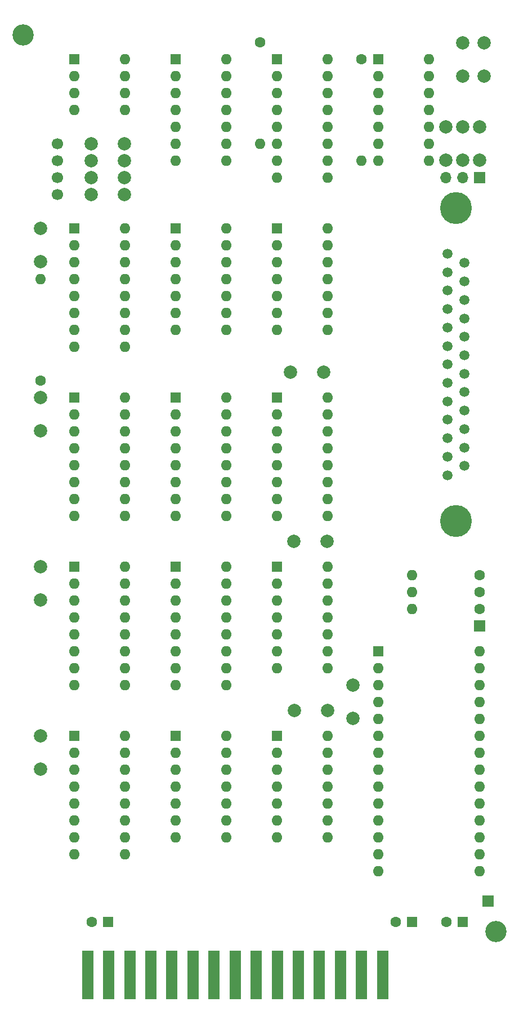
<source format=gts>
%TF.GenerationSoftware,KiCad,Pcbnew,(6.0.0)*%
%TF.CreationDate,2022-03-13T20:59:25-04:00*%
%TF.ProjectId,Northstar SIO,4e6f7274-6873-4746-9172-2053494f2e6b,rev?*%
%TF.SameCoordinates,Original*%
%TF.FileFunction,Soldermask,Top*%
%TF.FilePolarity,Negative*%
%FSLAX46Y46*%
G04 Gerber Fmt 4.6, Leading zero omitted, Abs format (unit mm)*
G04 Created by KiCad (PCBNEW (6.0.0)) date 2022-03-13 20:59:25*
%MOMM*%
%LPD*%
G01*
G04 APERTURE LIST*
%ADD10C,1.600000*%
%ADD11O,1.600000X1.600000*%
%ADD12R,1.600000X1.600000*%
%ADD13C,2.000000*%
%ADD14C,1.500000*%
%ADD15C,4.800000*%
%ADD16C,3.200000*%
%ADD17C,1.700000*%
%ADD18R,1.700000X7.400000*%
%ADD19R,1.700000X1.700000*%
%ADD20O,1.700000X1.700000*%
G04 APERTURE END LIST*
D10*
%TO.C,R1*%
X82550000Y-81915000D03*
D11*
X82550000Y-66675000D03*
%TD*%
D12*
%TO.C,U2B1*%
X102870000Y-59055000D03*
D11*
X102870000Y-61595000D03*
X102870000Y-64135000D03*
X102870000Y-66675000D03*
X102870000Y-69215000D03*
X102870000Y-71755000D03*
X102870000Y-74295000D03*
X110490000Y-74295000D03*
X110490000Y-71755000D03*
X110490000Y-69215000D03*
X110490000Y-66675000D03*
X110490000Y-64135000D03*
X110490000Y-61595000D03*
X110490000Y-59055000D03*
%TD*%
D13*
%TO.C,C16*%
X82550000Y-135255000D03*
X82550000Y-140255000D03*
%TD*%
%TO.C,C15*%
X125095000Y-80645000D03*
X120095000Y-80645000D03*
%TD*%
%TO.C,C13*%
X90170000Y-51435000D03*
X95170000Y-51435000D03*
%TD*%
D12*
%TO.C,U3D1*%
X118110000Y-109855000D03*
D11*
X118110000Y-112395000D03*
X118110000Y-114935000D03*
X118110000Y-117475000D03*
X118110000Y-120015000D03*
X118110000Y-122555000D03*
X118110000Y-125095000D03*
X125730000Y-125095000D03*
X125730000Y-122555000D03*
X125730000Y-120015000D03*
X125730000Y-117475000D03*
X125730000Y-114935000D03*
X125730000Y-112395000D03*
X125730000Y-109855000D03*
%TD*%
D13*
%TO.C,C11*%
X90170000Y-46355000D03*
X95170000Y-46355000D03*
%TD*%
D12*
%TO.C,U2E1*%
X102870000Y-135255000D03*
D11*
X102870000Y-137795000D03*
X102870000Y-140335000D03*
X102870000Y-142875000D03*
X102870000Y-145415000D03*
X102870000Y-147955000D03*
X102870000Y-150495000D03*
X110490000Y-150495000D03*
X110490000Y-147955000D03*
X110490000Y-145415000D03*
X110490000Y-142875000D03*
X110490000Y-140335000D03*
X110490000Y-137795000D03*
X110490000Y-135255000D03*
%TD*%
D12*
%TO.C,U2A1*%
X102870000Y-33655000D03*
D11*
X102870000Y-36195000D03*
X102870000Y-38735000D03*
X102870000Y-41275000D03*
X102870000Y-43815000D03*
X102870000Y-46355000D03*
X102870000Y-48895000D03*
X110490000Y-48895000D03*
X110490000Y-46355000D03*
X110490000Y-43815000D03*
X110490000Y-41275000D03*
X110490000Y-38735000D03*
X110490000Y-36195000D03*
X110490000Y-33655000D03*
%TD*%
D14*
%TO.C,J1*%
X143706000Y-62845000D03*
X143706000Y-65615000D03*
X143706000Y-68385000D03*
X143706000Y-71155000D03*
X143706000Y-73925000D03*
X143706000Y-76695000D03*
X143706000Y-79465000D03*
X143706000Y-82235000D03*
X143706000Y-85005000D03*
X143706000Y-87775000D03*
X143706000Y-90545000D03*
X143706000Y-93315000D03*
X143706000Y-96085000D03*
X146246000Y-64230000D03*
X146246000Y-67000000D03*
X146246000Y-69770000D03*
X146246000Y-72540000D03*
X146246000Y-75310000D03*
X146246000Y-78080000D03*
X146246000Y-80850000D03*
X146246000Y-83620000D03*
X146246000Y-86390000D03*
X146246000Y-89160000D03*
X146246000Y-91930000D03*
X146246000Y-94700000D03*
D15*
X144976000Y-55945000D03*
X144976000Y-102985000D03*
%TD*%
D12*
%TO.C,U4A1*%
X133350000Y-33655000D03*
D11*
X133350000Y-36195000D03*
X133350000Y-38735000D03*
X133350000Y-41275000D03*
X133350000Y-43815000D03*
X133350000Y-46355000D03*
X133350000Y-48895000D03*
X140970000Y-48895000D03*
X140970000Y-46355000D03*
X140970000Y-43815000D03*
X140970000Y-41275000D03*
X140970000Y-38735000D03*
X140970000Y-36195000D03*
X140970000Y-33655000D03*
%TD*%
D13*
%TO.C,C8*%
X129540000Y-127635000D03*
X129540000Y-132635000D03*
%TD*%
%TO.C,C7*%
X149225000Y-36195000D03*
X149225000Y-31195000D03*
%TD*%
%TO.C,C10*%
X125650000Y-106045000D03*
X120650000Y-106045000D03*
%TD*%
D12*
%TO.C,C3*%
X92710000Y-163195000D03*
D10*
X90210000Y-163195000D03*
%TD*%
D13*
%TO.C,C19*%
X82550000Y-59055000D03*
X82550000Y-64055000D03*
%TD*%
D12*
%TO.C,U2D1*%
X102870000Y-109855000D03*
D11*
X102870000Y-112395000D03*
X102870000Y-114935000D03*
X102870000Y-117475000D03*
X102870000Y-120015000D03*
X102870000Y-122555000D03*
X102870000Y-125095000D03*
X102870000Y-127635000D03*
X110490000Y-127635000D03*
X110490000Y-125095000D03*
X110490000Y-122555000D03*
X110490000Y-120015000D03*
X110490000Y-117475000D03*
X110490000Y-114935000D03*
X110490000Y-112395000D03*
X110490000Y-109855000D03*
%TD*%
D13*
%TO.C,C5*%
X143510000Y-43815000D03*
X143510000Y-48815000D03*
%TD*%
D16*
%TO.C,REF\u002A\u002A*%
X151010000Y-164585000D03*
%TD*%
D13*
%TO.C,C6*%
X146050000Y-43815000D03*
X146050000Y-48815000D03*
%TD*%
D17*
%TO.C,REF\u002A\u002A*%
X85090000Y-53975000D03*
%TD*%
D12*
%TO.C,C1*%
X138430000Y-163195000D03*
D10*
X135930000Y-163195000D03*
%TD*%
D13*
%TO.C,C4*%
X148590000Y-43815000D03*
X148590000Y-48815000D03*
%TD*%
%TO.C,C20*%
X146050000Y-36195000D03*
X146050000Y-31195000D03*
%TD*%
D17*
%TO.C,REF\u002A\u002A*%
X85090000Y-48895000D03*
%TD*%
D10*
%TO.C,R3*%
X148590000Y-113665000D03*
D11*
X138430000Y-113665000D03*
%TD*%
D10*
%TO.C,R4*%
X148590000Y-111125000D03*
D11*
X138430000Y-111125000D03*
%TD*%
D12*
%TO.C,U1E1*%
X87630000Y-135255000D03*
D11*
X87630000Y-137795000D03*
X87630000Y-140335000D03*
X87630000Y-142875000D03*
X87630000Y-145415000D03*
X87630000Y-147955000D03*
X87630000Y-150495000D03*
X87630000Y-153035000D03*
X95250000Y-153035000D03*
X95250000Y-150495000D03*
X95250000Y-147955000D03*
X95250000Y-145415000D03*
X95250000Y-142875000D03*
X95250000Y-140335000D03*
X95250000Y-137795000D03*
X95250000Y-135255000D03*
%TD*%
D18*
%TO.C,J2*%
X133964400Y-171135000D03*
X130795600Y-171135000D03*
X127626700Y-171135000D03*
X124457800Y-171135000D03*
X121288900Y-171135000D03*
X118120000Y-171135000D03*
X114951100Y-171135000D03*
X111782200Y-171135000D03*
X108613300Y-171135000D03*
X105444400Y-171135000D03*
X102275600Y-171135000D03*
X99106700Y-171135000D03*
X95937780Y-171135000D03*
X92768890Y-171135000D03*
X89600000Y-171135000D03*
X89600000Y-171135000D03*
%TD*%
D12*
%TO.C,U3C1*%
X118110000Y-84455000D03*
D11*
X118110000Y-86995000D03*
X118110000Y-89535000D03*
X118110000Y-92075000D03*
X118110000Y-94615000D03*
X118110000Y-97155000D03*
X118110000Y-99695000D03*
X118110000Y-102235000D03*
X125730000Y-102235000D03*
X125730000Y-99695000D03*
X125730000Y-97155000D03*
X125730000Y-94615000D03*
X125730000Y-92075000D03*
X125730000Y-89535000D03*
X125730000Y-86995000D03*
X125730000Y-84455000D03*
%TD*%
D19*
%TO.C,P.GND*%
X148590000Y-118745000D03*
%TD*%
D13*
%TO.C,C9*%
X125690000Y-131445000D03*
X120690000Y-131445000D03*
%TD*%
D17*
%TO.C,REF\u002A\u002A*%
X85090000Y-51435000D03*
%TD*%
D16*
%TO.C,REF\u002A\u002A*%
X79880000Y-29975000D03*
%TD*%
D13*
%TO.C,C14*%
X90170000Y-53975000D03*
X95170000Y-53975000D03*
%TD*%
D17*
%TO.C,REF\u002A\u002A*%
X85090000Y-46355000D03*
%TD*%
D10*
%TO.C,R5*%
X130810000Y-33655000D03*
D11*
X130810000Y-48895000D03*
%TD*%
D10*
%TO.C,R2*%
X148590000Y-116205000D03*
D11*
X138430000Y-116205000D03*
%TD*%
D19*
%TO.C,W1*%
X148590000Y-51435000D03*
D20*
X146050000Y-51435000D03*
X143510000Y-51435000D03*
%TD*%
D12*
%TO.C,C2*%
X146050000Y-163195000D03*
D10*
X143550000Y-163195000D03*
%TD*%
D12*
%TO.C,U4E1*%
X133350000Y-122555000D03*
D11*
X133350000Y-125095000D03*
X133350000Y-127635000D03*
X133350000Y-130175000D03*
X133350000Y-132715000D03*
X133350000Y-135255000D03*
X133350000Y-137795000D03*
X133350000Y-140335000D03*
X133350000Y-142875000D03*
X133350000Y-145415000D03*
X133350000Y-147955000D03*
X133350000Y-150495000D03*
X133350000Y-153035000D03*
X133350000Y-155575000D03*
X148590000Y-155575000D03*
X148590000Y-153035000D03*
X148590000Y-150495000D03*
X148590000Y-147955000D03*
X148590000Y-145415000D03*
X148590000Y-142875000D03*
X148590000Y-140335000D03*
X148590000Y-137795000D03*
X148590000Y-135255000D03*
X148590000Y-132715000D03*
X148590000Y-130175000D03*
X148590000Y-127635000D03*
X148590000Y-125095000D03*
X148590000Y-122555000D03*
%TD*%
D12*
%TO.C,U1C1*%
X87630000Y-84455000D03*
D11*
X87630000Y-86995000D03*
X87630000Y-89535000D03*
X87630000Y-92075000D03*
X87630000Y-94615000D03*
X87630000Y-97155000D03*
X87630000Y-99695000D03*
X87630000Y-102235000D03*
X95250000Y-102235000D03*
X95250000Y-99695000D03*
X95250000Y-97155000D03*
X95250000Y-94615000D03*
X95250000Y-92075000D03*
X95250000Y-89535000D03*
X95250000Y-86995000D03*
X95250000Y-84455000D03*
%TD*%
D13*
%TO.C,C18*%
X82550000Y-84455000D03*
X82550000Y-89455000D03*
%TD*%
%TO.C,C17*%
X82550000Y-109855000D03*
X82550000Y-114855000D03*
%TD*%
D12*
%TO.C,U3E1*%
X118110000Y-135255000D03*
D11*
X118110000Y-137795000D03*
X118110000Y-140335000D03*
X118110000Y-142875000D03*
X118110000Y-145415000D03*
X118110000Y-147955000D03*
X118110000Y-150495000D03*
X125730000Y-150495000D03*
X125730000Y-147955000D03*
X125730000Y-145415000D03*
X125730000Y-142875000D03*
X125730000Y-140335000D03*
X125730000Y-137795000D03*
X125730000Y-135255000D03*
%TD*%
D19*
%TO.C,GND*%
X149860000Y-160020000D03*
%TD*%
D12*
%TO.C,U3B1*%
X118110000Y-59055000D03*
D11*
X118110000Y-61595000D03*
X118110000Y-64135000D03*
X118110000Y-66675000D03*
X118110000Y-69215000D03*
X118110000Y-71755000D03*
X118110000Y-74295000D03*
X125730000Y-74295000D03*
X125730000Y-71755000D03*
X125730000Y-69215000D03*
X125730000Y-66675000D03*
X125730000Y-64135000D03*
X125730000Y-61595000D03*
X125730000Y-59055000D03*
%TD*%
D12*
%TO.C,J1A1*%
X87630000Y-33655000D03*
D11*
X87630000Y-36195000D03*
X87630000Y-38735000D03*
X87630000Y-41275000D03*
X95250000Y-41275000D03*
X95250000Y-38735000D03*
X95250000Y-36195000D03*
X95250000Y-33655000D03*
%TD*%
D12*
%TO.C,J3A1*%
X118110000Y-33655000D03*
D11*
X118110000Y-36195000D03*
X118110000Y-38735000D03*
X118110000Y-41275000D03*
X118110000Y-43815000D03*
X118110000Y-46355000D03*
X118110000Y-48895000D03*
X118110000Y-51435000D03*
X125730000Y-51435000D03*
X125730000Y-48895000D03*
X125730000Y-46355000D03*
X125730000Y-43815000D03*
X125730000Y-41275000D03*
X125730000Y-38735000D03*
X125730000Y-36195000D03*
X125730000Y-33655000D03*
%TD*%
D10*
%TO.C,R6*%
X115570000Y-31115000D03*
D11*
X115570000Y-46355000D03*
%TD*%
D13*
%TO.C,C12*%
X90170000Y-48895000D03*
X95170000Y-48895000D03*
%TD*%
D12*
%TO.C,U2C1*%
X102870000Y-84455000D03*
D11*
X102870000Y-86995000D03*
X102870000Y-89535000D03*
X102870000Y-92075000D03*
X102870000Y-94615000D03*
X102870000Y-97155000D03*
X102870000Y-99695000D03*
X102870000Y-102235000D03*
X110490000Y-102235000D03*
X110490000Y-99695000D03*
X110490000Y-97155000D03*
X110490000Y-94615000D03*
X110490000Y-92075000D03*
X110490000Y-89535000D03*
X110490000Y-86995000D03*
X110490000Y-84455000D03*
%TD*%
D12*
%TO.C,U1B1*%
X87630000Y-59055000D03*
D11*
X87630000Y-61595000D03*
X87630000Y-64135000D03*
X87630000Y-66675000D03*
X87630000Y-69215000D03*
X87630000Y-71755000D03*
X87630000Y-74295000D03*
X87630000Y-76835000D03*
X95250000Y-76835000D03*
X95250000Y-74295000D03*
X95250000Y-71755000D03*
X95250000Y-69215000D03*
X95250000Y-66675000D03*
X95250000Y-64135000D03*
X95250000Y-61595000D03*
X95250000Y-59055000D03*
%TD*%
D12*
%TO.C,U1D1*%
X87630000Y-109855000D03*
D11*
X87630000Y-112395000D03*
X87630000Y-114935000D03*
X87630000Y-117475000D03*
X87630000Y-120015000D03*
X87630000Y-122555000D03*
X87630000Y-125095000D03*
X87630000Y-127635000D03*
X95250000Y-127635000D03*
X95250000Y-125095000D03*
X95250000Y-122555000D03*
X95250000Y-120015000D03*
X95250000Y-117475000D03*
X95250000Y-114935000D03*
X95250000Y-112395000D03*
X95250000Y-109855000D03*
%TD*%
M02*

</source>
